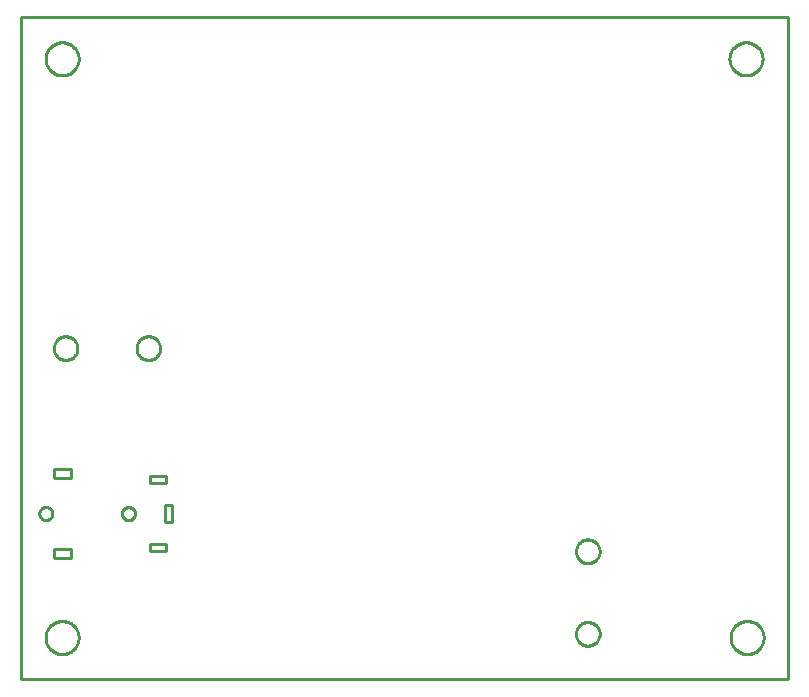
<source format=gbr>
G04 EAGLE Gerber RS-274X export*
G75*
%MOMM*%
%FSLAX34Y34*%
%LPD*%
%IN*%
%IPPOS*%
%AMOC8*
5,1,8,0,0,1.08239X$1,22.5*%
G01*
%ADD10C,0.254000*%
%ADD11C,0.000000*%
%ADD12C,0.254000*%


D10*
X650000Y0D02*
X650000Y560000D01*
X0Y560000D01*
X0Y0D01*
X650000Y0D01*
D11*
X601000Y35000D02*
X601004Y35344D01*
X601017Y35687D01*
X601038Y36030D01*
X601067Y36372D01*
X601105Y36714D01*
X601152Y37054D01*
X601206Y37393D01*
X601269Y37731D01*
X601340Y38067D01*
X601420Y38402D01*
X601507Y38734D01*
X601603Y39064D01*
X601707Y39392D01*
X601818Y39716D01*
X601938Y40039D01*
X602066Y40358D01*
X602201Y40673D01*
X602344Y40986D01*
X602495Y41295D01*
X602653Y41600D01*
X602819Y41901D01*
X602992Y42197D01*
X603172Y42490D01*
X603359Y42778D01*
X603554Y43061D01*
X603755Y43340D01*
X603963Y43613D01*
X604178Y43882D01*
X604399Y44144D01*
X604627Y44402D01*
X604861Y44654D01*
X605101Y44899D01*
X605346Y45139D01*
X605598Y45373D01*
X605856Y45601D01*
X606118Y45822D01*
X606387Y46037D01*
X606660Y46245D01*
X606939Y46446D01*
X607222Y46641D01*
X607510Y46828D01*
X607803Y47008D01*
X608099Y47181D01*
X608400Y47347D01*
X608705Y47505D01*
X609014Y47656D01*
X609327Y47799D01*
X609642Y47934D01*
X609961Y48062D01*
X610284Y48182D01*
X610608Y48293D01*
X610936Y48397D01*
X611266Y48493D01*
X611598Y48580D01*
X611933Y48660D01*
X612269Y48731D01*
X612607Y48794D01*
X612946Y48848D01*
X613286Y48895D01*
X613628Y48933D01*
X613970Y48962D01*
X614313Y48983D01*
X614656Y48996D01*
X615000Y49000D01*
X615344Y48996D01*
X615687Y48983D01*
X616030Y48962D01*
X616372Y48933D01*
X616714Y48895D01*
X617054Y48848D01*
X617393Y48794D01*
X617731Y48731D01*
X618067Y48660D01*
X618402Y48580D01*
X618734Y48493D01*
X619064Y48397D01*
X619392Y48293D01*
X619716Y48182D01*
X620039Y48062D01*
X620358Y47934D01*
X620673Y47799D01*
X620986Y47656D01*
X621295Y47505D01*
X621600Y47347D01*
X621901Y47181D01*
X622197Y47008D01*
X622490Y46828D01*
X622778Y46641D01*
X623061Y46446D01*
X623340Y46245D01*
X623613Y46037D01*
X623882Y45822D01*
X624144Y45601D01*
X624402Y45373D01*
X624654Y45139D01*
X624899Y44899D01*
X625139Y44654D01*
X625373Y44402D01*
X625601Y44144D01*
X625822Y43882D01*
X626037Y43613D01*
X626245Y43340D01*
X626446Y43061D01*
X626641Y42778D01*
X626828Y42490D01*
X627008Y42197D01*
X627181Y41901D01*
X627347Y41600D01*
X627505Y41295D01*
X627656Y40986D01*
X627799Y40673D01*
X627934Y40358D01*
X628062Y40039D01*
X628182Y39716D01*
X628293Y39392D01*
X628397Y39064D01*
X628493Y38734D01*
X628580Y38402D01*
X628660Y38067D01*
X628731Y37731D01*
X628794Y37393D01*
X628848Y37054D01*
X628895Y36714D01*
X628933Y36372D01*
X628962Y36030D01*
X628983Y35687D01*
X628996Y35344D01*
X629000Y35000D01*
X628996Y34656D01*
X628983Y34313D01*
X628962Y33970D01*
X628933Y33628D01*
X628895Y33286D01*
X628848Y32946D01*
X628794Y32607D01*
X628731Y32269D01*
X628660Y31933D01*
X628580Y31598D01*
X628493Y31266D01*
X628397Y30936D01*
X628293Y30608D01*
X628182Y30284D01*
X628062Y29961D01*
X627934Y29642D01*
X627799Y29327D01*
X627656Y29014D01*
X627505Y28705D01*
X627347Y28400D01*
X627181Y28099D01*
X627008Y27803D01*
X626828Y27510D01*
X626641Y27222D01*
X626446Y26939D01*
X626245Y26660D01*
X626037Y26387D01*
X625822Y26118D01*
X625601Y25856D01*
X625373Y25598D01*
X625139Y25346D01*
X624899Y25101D01*
X624654Y24861D01*
X624402Y24627D01*
X624144Y24399D01*
X623882Y24178D01*
X623613Y23963D01*
X623340Y23755D01*
X623061Y23554D01*
X622778Y23359D01*
X622490Y23172D01*
X622197Y22992D01*
X621901Y22819D01*
X621600Y22653D01*
X621295Y22495D01*
X620986Y22344D01*
X620673Y22201D01*
X620358Y22066D01*
X620039Y21938D01*
X619716Y21818D01*
X619392Y21707D01*
X619064Y21603D01*
X618734Y21507D01*
X618402Y21420D01*
X618067Y21340D01*
X617731Y21269D01*
X617393Y21206D01*
X617054Y21152D01*
X616714Y21105D01*
X616372Y21067D01*
X616030Y21038D01*
X615687Y21017D01*
X615344Y21004D01*
X615000Y21000D01*
X614656Y21004D01*
X614313Y21017D01*
X613970Y21038D01*
X613628Y21067D01*
X613286Y21105D01*
X612946Y21152D01*
X612607Y21206D01*
X612269Y21269D01*
X611933Y21340D01*
X611598Y21420D01*
X611266Y21507D01*
X610936Y21603D01*
X610608Y21707D01*
X610284Y21818D01*
X609961Y21938D01*
X609642Y22066D01*
X609327Y22201D01*
X609014Y22344D01*
X608705Y22495D01*
X608400Y22653D01*
X608099Y22819D01*
X607803Y22992D01*
X607510Y23172D01*
X607222Y23359D01*
X606939Y23554D01*
X606660Y23755D01*
X606387Y23963D01*
X606118Y24178D01*
X605856Y24399D01*
X605598Y24627D01*
X605346Y24861D01*
X605101Y25101D01*
X604861Y25346D01*
X604627Y25598D01*
X604399Y25856D01*
X604178Y26118D01*
X603963Y26387D01*
X603755Y26660D01*
X603554Y26939D01*
X603359Y27222D01*
X603172Y27510D01*
X602992Y27803D01*
X602819Y28099D01*
X602653Y28400D01*
X602495Y28705D01*
X602344Y29014D01*
X602201Y29327D01*
X602066Y29642D01*
X601938Y29961D01*
X601818Y30284D01*
X601707Y30608D01*
X601603Y30936D01*
X601507Y31266D01*
X601420Y31598D01*
X601340Y31933D01*
X601269Y32269D01*
X601206Y32607D01*
X601152Y32946D01*
X601105Y33286D01*
X601067Y33628D01*
X601038Y33970D01*
X601017Y34313D01*
X601004Y34656D01*
X601000Y35000D01*
X600000Y525000D02*
X600004Y525344D01*
X600017Y525687D01*
X600038Y526030D01*
X600067Y526372D01*
X600105Y526714D01*
X600152Y527054D01*
X600206Y527393D01*
X600269Y527731D01*
X600340Y528067D01*
X600420Y528402D01*
X600507Y528734D01*
X600603Y529064D01*
X600707Y529392D01*
X600818Y529716D01*
X600938Y530039D01*
X601066Y530358D01*
X601201Y530673D01*
X601344Y530986D01*
X601495Y531295D01*
X601653Y531600D01*
X601819Y531901D01*
X601992Y532197D01*
X602172Y532490D01*
X602359Y532778D01*
X602554Y533061D01*
X602755Y533340D01*
X602963Y533613D01*
X603178Y533882D01*
X603399Y534144D01*
X603627Y534402D01*
X603861Y534654D01*
X604101Y534899D01*
X604346Y535139D01*
X604598Y535373D01*
X604856Y535601D01*
X605118Y535822D01*
X605387Y536037D01*
X605660Y536245D01*
X605939Y536446D01*
X606222Y536641D01*
X606510Y536828D01*
X606803Y537008D01*
X607099Y537181D01*
X607400Y537347D01*
X607705Y537505D01*
X608014Y537656D01*
X608327Y537799D01*
X608642Y537934D01*
X608961Y538062D01*
X609284Y538182D01*
X609608Y538293D01*
X609936Y538397D01*
X610266Y538493D01*
X610598Y538580D01*
X610933Y538660D01*
X611269Y538731D01*
X611607Y538794D01*
X611946Y538848D01*
X612286Y538895D01*
X612628Y538933D01*
X612970Y538962D01*
X613313Y538983D01*
X613656Y538996D01*
X614000Y539000D01*
X614344Y538996D01*
X614687Y538983D01*
X615030Y538962D01*
X615372Y538933D01*
X615714Y538895D01*
X616054Y538848D01*
X616393Y538794D01*
X616731Y538731D01*
X617067Y538660D01*
X617402Y538580D01*
X617734Y538493D01*
X618064Y538397D01*
X618392Y538293D01*
X618716Y538182D01*
X619039Y538062D01*
X619358Y537934D01*
X619673Y537799D01*
X619986Y537656D01*
X620295Y537505D01*
X620600Y537347D01*
X620901Y537181D01*
X621197Y537008D01*
X621490Y536828D01*
X621778Y536641D01*
X622061Y536446D01*
X622340Y536245D01*
X622613Y536037D01*
X622882Y535822D01*
X623144Y535601D01*
X623402Y535373D01*
X623654Y535139D01*
X623899Y534899D01*
X624139Y534654D01*
X624373Y534402D01*
X624601Y534144D01*
X624822Y533882D01*
X625037Y533613D01*
X625245Y533340D01*
X625446Y533061D01*
X625641Y532778D01*
X625828Y532490D01*
X626008Y532197D01*
X626181Y531901D01*
X626347Y531600D01*
X626505Y531295D01*
X626656Y530986D01*
X626799Y530673D01*
X626934Y530358D01*
X627062Y530039D01*
X627182Y529716D01*
X627293Y529392D01*
X627397Y529064D01*
X627493Y528734D01*
X627580Y528402D01*
X627660Y528067D01*
X627731Y527731D01*
X627794Y527393D01*
X627848Y527054D01*
X627895Y526714D01*
X627933Y526372D01*
X627962Y526030D01*
X627983Y525687D01*
X627996Y525344D01*
X628000Y525000D01*
X627996Y524656D01*
X627983Y524313D01*
X627962Y523970D01*
X627933Y523628D01*
X627895Y523286D01*
X627848Y522946D01*
X627794Y522607D01*
X627731Y522269D01*
X627660Y521933D01*
X627580Y521598D01*
X627493Y521266D01*
X627397Y520936D01*
X627293Y520608D01*
X627182Y520284D01*
X627062Y519961D01*
X626934Y519642D01*
X626799Y519327D01*
X626656Y519014D01*
X626505Y518705D01*
X626347Y518400D01*
X626181Y518099D01*
X626008Y517803D01*
X625828Y517510D01*
X625641Y517222D01*
X625446Y516939D01*
X625245Y516660D01*
X625037Y516387D01*
X624822Y516118D01*
X624601Y515856D01*
X624373Y515598D01*
X624139Y515346D01*
X623899Y515101D01*
X623654Y514861D01*
X623402Y514627D01*
X623144Y514399D01*
X622882Y514178D01*
X622613Y513963D01*
X622340Y513755D01*
X622061Y513554D01*
X621778Y513359D01*
X621490Y513172D01*
X621197Y512992D01*
X620901Y512819D01*
X620600Y512653D01*
X620295Y512495D01*
X619986Y512344D01*
X619673Y512201D01*
X619358Y512066D01*
X619039Y511938D01*
X618716Y511818D01*
X618392Y511707D01*
X618064Y511603D01*
X617734Y511507D01*
X617402Y511420D01*
X617067Y511340D01*
X616731Y511269D01*
X616393Y511206D01*
X616054Y511152D01*
X615714Y511105D01*
X615372Y511067D01*
X615030Y511038D01*
X614687Y511017D01*
X614344Y511004D01*
X614000Y511000D01*
X613656Y511004D01*
X613313Y511017D01*
X612970Y511038D01*
X612628Y511067D01*
X612286Y511105D01*
X611946Y511152D01*
X611607Y511206D01*
X611269Y511269D01*
X610933Y511340D01*
X610598Y511420D01*
X610266Y511507D01*
X609936Y511603D01*
X609608Y511707D01*
X609284Y511818D01*
X608961Y511938D01*
X608642Y512066D01*
X608327Y512201D01*
X608014Y512344D01*
X607705Y512495D01*
X607400Y512653D01*
X607099Y512819D01*
X606803Y512992D01*
X606510Y513172D01*
X606222Y513359D01*
X605939Y513554D01*
X605660Y513755D01*
X605387Y513963D01*
X605118Y514178D01*
X604856Y514399D01*
X604598Y514627D01*
X604346Y514861D01*
X604101Y515101D01*
X603861Y515346D01*
X603627Y515598D01*
X603399Y515856D01*
X603178Y516118D01*
X602963Y516387D01*
X602755Y516660D01*
X602554Y516939D01*
X602359Y517222D01*
X602172Y517510D01*
X601992Y517803D01*
X601819Y518099D01*
X601653Y518400D01*
X601495Y518705D01*
X601344Y519014D01*
X601201Y519327D01*
X601066Y519642D01*
X600938Y519961D01*
X600818Y520284D01*
X600707Y520608D01*
X600603Y520936D01*
X600507Y521266D01*
X600420Y521598D01*
X600340Y521933D01*
X600269Y522269D01*
X600206Y522607D01*
X600152Y522946D01*
X600105Y523286D01*
X600067Y523628D01*
X600038Y523970D01*
X600017Y524313D01*
X600004Y524656D01*
X600000Y525000D01*
X21000Y525000D02*
X21004Y525344D01*
X21017Y525687D01*
X21038Y526030D01*
X21067Y526372D01*
X21105Y526714D01*
X21152Y527054D01*
X21206Y527393D01*
X21269Y527731D01*
X21340Y528067D01*
X21420Y528402D01*
X21507Y528734D01*
X21603Y529064D01*
X21707Y529392D01*
X21818Y529716D01*
X21938Y530039D01*
X22066Y530358D01*
X22201Y530673D01*
X22344Y530986D01*
X22495Y531295D01*
X22653Y531600D01*
X22819Y531901D01*
X22992Y532197D01*
X23172Y532490D01*
X23359Y532778D01*
X23554Y533061D01*
X23755Y533340D01*
X23963Y533613D01*
X24178Y533882D01*
X24399Y534144D01*
X24627Y534402D01*
X24861Y534654D01*
X25101Y534899D01*
X25346Y535139D01*
X25598Y535373D01*
X25856Y535601D01*
X26118Y535822D01*
X26387Y536037D01*
X26660Y536245D01*
X26939Y536446D01*
X27222Y536641D01*
X27510Y536828D01*
X27803Y537008D01*
X28099Y537181D01*
X28400Y537347D01*
X28705Y537505D01*
X29014Y537656D01*
X29327Y537799D01*
X29642Y537934D01*
X29961Y538062D01*
X30284Y538182D01*
X30608Y538293D01*
X30936Y538397D01*
X31266Y538493D01*
X31598Y538580D01*
X31933Y538660D01*
X32269Y538731D01*
X32607Y538794D01*
X32946Y538848D01*
X33286Y538895D01*
X33628Y538933D01*
X33970Y538962D01*
X34313Y538983D01*
X34656Y538996D01*
X35000Y539000D01*
X35344Y538996D01*
X35687Y538983D01*
X36030Y538962D01*
X36372Y538933D01*
X36714Y538895D01*
X37054Y538848D01*
X37393Y538794D01*
X37731Y538731D01*
X38067Y538660D01*
X38402Y538580D01*
X38734Y538493D01*
X39064Y538397D01*
X39392Y538293D01*
X39716Y538182D01*
X40039Y538062D01*
X40358Y537934D01*
X40673Y537799D01*
X40986Y537656D01*
X41295Y537505D01*
X41600Y537347D01*
X41901Y537181D01*
X42197Y537008D01*
X42490Y536828D01*
X42778Y536641D01*
X43061Y536446D01*
X43340Y536245D01*
X43613Y536037D01*
X43882Y535822D01*
X44144Y535601D01*
X44402Y535373D01*
X44654Y535139D01*
X44899Y534899D01*
X45139Y534654D01*
X45373Y534402D01*
X45601Y534144D01*
X45822Y533882D01*
X46037Y533613D01*
X46245Y533340D01*
X46446Y533061D01*
X46641Y532778D01*
X46828Y532490D01*
X47008Y532197D01*
X47181Y531901D01*
X47347Y531600D01*
X47505Y531295D01*
X47656Y530986D01*
X47799Y530673D01*
X47934Y530358D01*
X48062Y530039D01*
X48182Y529716D01*
X48293Y529392D01*
X48397Y529064D01*
X48493Y528734D01*
X48580Y528402D01*
X48660Y528067D01*
X48731Y527731D01*
X48794Y527393D01*
X48848Y527054D01*
X48895Y526714D01*
X48933Y526372D01*
X48962Y526030D01*
X48983Y525687D01*
X48996Y525344D01*
X49000Y525000D01*
X48996Y524656D01*
X48983Y524313D01*
X48962Y523970D01*
X48933Y523628D01*
X48895Y523286D01*
X48848Y522946D01*
X48794Y522607D01*
X48731Y522269D01*
X48660Y521933D01*
X48580Y521598D01*
X48493Y521266D01*
X48397Y520936D01*
X48293Y520608D01*
X48182Y520284D01*
X48062Y519961D01*
X47934Y519642D01*
X47799Y519327D01*
X47656Y519014D01*
X47505Y518705D01*
X47347Y518400D01*
X47181Y518099D01*
X47008Y517803D01*
X46828Y517510D01*
X46641Y517222D01*
X46446Y516939D01*
X46245Y516660D01*
X46037Y516387D01*
X45822Y516118D01*
X45601Y515856D01*
X45373Y515598D01*
X45139Y515346D01*
X44899Y515101D01*
X44654Y514861D01*
X44402Y514627D01*
X44144Y514399D01*
X43882Y514178D01*
X43613Y513963D01*
X43340Y513755D01*
X43061Y513554D01*
X42778Y513359D01*
X42490Y513172D01*
X42197Y512992D01*
X41901Y512819D01*
X41600Y512653D01*
X41295Y512495D01*
X40986Y512344D01*
X40673Y512201D01*
X40358Y512066D01*
X40039Y511938D01*
X39716Y511818D01*
X39392Y511707D01*
X39064Y511603D01*
X38734Y511507D01*
X38402Y511420D01*
X38067Y511340D01*
X37731Y511269D01*
X37393Y511206D01*
X37054Y511152D01*
X36714Y511105D01*
X36372Y511067D01*
X36030Y511038D01*
X35687Y511017D01*
X35344Y511004D01*
X35000Y511000D01*
X34656Y511004D01*
X34313Y511017D01*
X33970Y511038D01*
X33628Y511067D01*
X33286Y511105D01*
X32946Y511152D01*
X32607Y511206D01*
X32269Y511269D01*
X31933Y511340D01*
X31598Y511420D01*
X31266Y511507D01*
X30936Y511603D01*
X30608Y511707D01*
X30284Y511818D01*
X29961Y511938D01*
X29642Y512066D01*
X29327Y512201D01*
X29014Y512344D01*
X28705Y512495D01*
X28400Y512653D01*
X28099Y512819D01*
X27803Y512992D01*
X27510Y513172D01*
X27222Y513359D01*
X26939Y513554D01*
X26660Y513755D01*
X26387Y513963D01*
X26118Y514178D01*
X25856Y514399D01*
X25598Y514627D01*
X25346Y514861D01*
X25101Y515101D01*
X24861Y515346D01*
X24627Y515598D01*
X24399Y515856D01*
X24178Y516118D01*
X23963Y516387D01*
X23755Y516660D01*
X23554Y516939D01*
X23359Y517222D01*
X23172Y517510D01*
X22992Y517803D01*
X22819Y518099D01*
X22653Y518400D01*
X22495Y518705D01*
X22344Y519014D01*
X22201Y519327D01*
X22066Y519642D01*
X21938Y519961D01*
X21818Y520284D01*
X21707Y520608D01*
X21603Y520936D01*
X21507Y521266D01*
X21420Y521598D01*
X21340Y521933D01*
X21269Y522269D01*
X21206Y522607D01*
X21152Y522946D01*
X21105Y523286D01*
X21067Y523628D01*
X21038Y523970D01*
X21017Y524313D01*
X21004Y524656D01*
X21000Y525000D01*
X21000Y35000D02*
X21004Y35344D01*
X21017Y35687D01*
X21038Y36030D01*
X21067Y36372D01*
X21105Y36714D01*
X21152Y37054D01*
X21206Y37393D01*
X21269Y37731D01*
X21340Y38067D01*
X21420Y38402D01*
X21507Y38734D01*
X21603Y39064D01*
X21707Y39392D01*
X21818Y39716D01*
X21938Y40039D01*
X22066Y40358D01*
X22201Y40673D01*
X22344Y40986D01*
X22495Y41295D01*
X22653Y41600D01*
X22819Y41901D01*
X22992Y42197D01*
X23172Y42490D01*
X23359Y42778D01*
X23554Y43061D01*
X23755Y43340D01*
X23963Y43613D01*
X24178Y43882D01*
X24399Y44144D01*
X24627Y44402D01*
X24861Y44654D01*
X25101Y44899D01*
X25346Y45139D01*
X25598Y45373D01*
X25856Y45601D01*
X26118Y45822D01*
X26387Y46037D01*
X26660Y46245D01*
X26939Y46446D01*
X27222Y46641D01*
X27510Y46828D01*
X27803Y47008D01*
X28099Y47181D01*
X28400Y47347D01*
X28705Y47505D01*
X29014Y47656D01*
X29327Y47799D01*
X29642Y47934D01*
X29961Y48062D01*
X30284Y48182D01*
X30608Y48293D01*
X30936Y48397D01*
X31266Y48493D01*
X31598Y48580D01*
X31933Y48660D01*
X32269Y48731D01*
X32607Y48794D01*
X32946Y48848D01*
X33286Y48895D01*
X33628Y48933D01*
X33970Y48962D01*
X34313Y48983D01*
X34656Y48996D01*
X35000Y49000D01*
X35344Y48996D01*
X35687Y48983D01*
X36030Y48962D01*
X36372Y48933D01*
X36714Y48895D01*
X37054Y48848D01*
X37393Y48794D01*
X37731Y48731D01*
X38067Y48660D01*
X38402Y48580D01*
X38734Y48493D01*
X39064Y48397D01*
X39392Y48293D01*
X39716Y48182D01*
X40039Y48062D01*
X40358Y47934D01*
X40673Y47799D01*
X40986Y47656D01*
X41295Y47505D01*
X41600Y47347D01*
X41901Y47181D01*
X42197Y47008D01*
X42490Y46828D01*
X42778Y46641D01*
X43061Y46446D01*
X43340Y46245D01*
X43613Y46037D01*
X43882Y45822D01*
X44144Y45601D01*
X44402Y45373D01*
X44654Y45139D01*
X44899Y44899D01*
X45139Y44654D01*
X45373Y44402D01*
X45601Y44144D01*
X45822Y43882D01*
X46037Y43613D01*
X46245Y43340D01*
X46446Y43061D01*
X46641Y42778D01*
X46828Y42490D01*
X47008Y42197D01*
X47181Y41901D01*
X47347Y41600D01*
X47505Y41295D01*
X47656Y40986D01*
X47799Y40673D01*
X47934Y40358D01*
X48062Y40039D01*
X48182Y39716D01*
X48293Y39392D01*
X48397Y39064D01*
X48493Y38734D01*
X48580Y38402D01*
X48660Y38067D01*
X48731Y37731D01*
X48794Y37393D01*
X48848Y37054D01*
X48895Y36714D01*
X48933Y36372D01*
X48962Y36030D01*
X48983Y35687D01*
X48996Y35344D01*
X49000Y35000D01*
X48996Y34656D01*
X48983Y34313D01*
X48962Y33970D01*
X48933Y33628D01*
X48895Y33286D01*
X48848Y32946D01*
X48794Y32607D01*
X48731Y32269D01*
X48660Y31933D01*
X48580Y31598D01*
X48493Y31266D01*
X48397Y30936D01*
X48293Y30608D01*
X48182Y30284D01*
X48062Y29961D01*
X47934Y29642D01*
X47799Y29327D01*
X47656Y29014D01*
X47505Y28705D01*
X47347Y28400D01*
X47181Y28099D01*
X47008Y27803D01*
X46828Y27510D01*
X46641Y27222D01*
X46446Y26939D01*
X46245Y26660D01*
X46037Y26387D01*
X45822Y26118D01*
X45601Y25856D01*
X45373Y25598D01*
X45139Y25346D01*
X44899Y25101D01*
X44654Y24861D01*
X44402Y24627D01*
X44144Y24399D01*
X43882Y24178D01*
X43613Y23963D01*
X43340Y23755D01*
X43061Y23554D01*
X42778Y23359D01*
X42490Y23172D01*
X42197Y22992D01*
X41901Y22819D01*
X41600Y22653D01*
X41295Y22495D01*
X40986Y22344D01*
X40673Y22201D01*
X40358Y22066D01*
X40039Y21938D01*
X39716Y21818D01*
X39392Y21707D01*
X39064Y21603D01*
X38734Y21507D01*
X38402Y21420D01*
X38067Y21340D01*
X37731Y21269D01*
X37393Y21206D01*
X37054Y21152D01*
X36714Y21105D01*
X36372Y21067D01*
X36030Y21038D01*
X35687Y21017D01*
X35344Y21004D01*
X35000Y21000D01*
X34656Y21004D01*
X34313Y21017D01*
X33970Y21038D01*
X33628Y21067D01*
X33286Y21105D01*
X32946Y21152D01*
X32607Y21206D01*
X32269Y21269D01*
X31933Y21340D01*
X31598Y21420D01*
X31266Y21507D01*
X30936Y21603D01*
X30608Y21707D01*
X30284Y21818D01*
X29961Y21938D01*
X29642Y22066D01*
X29327Y22201D01*
X29014Y22344D01*
X28705Y22495D01*
X28400Y22653D01*
X28099Y22819D01*
X27803Y22992D01*
X27510Y23172D01*
X27222Y23359D01*
X26939Y23554D01*
X26660Y23755D01*
X26387Y23963D01*
X26118Y24178D01*
X25856Y24399D01*
X25598Y24627D01*
X25346Y24861D01*
X25101Y25101D01*
X24861Y25346D01*
X24627Y25598D01*
X24399Y25856D01*
X24178Y26118D01*
X23963Y26387D01*
X23755Y26660D01*
X23554Y26939D01*
X23359Y27222D01*
X23172Y27510D01*
X22992Y27803D01*
X22819Y28099D01*
X22653Y28400D01*
X22495Y28705D01*
X22344Y29014D01*
X22201Y29327D01*
X22066Y29642D01*
X21938Y29961D01*
X21818Y30284D01*
X21707Y30608D01*
X21603Y30936D01*
X21507Y31266D01*
X21420Y31598D01*
X21340Y31933D01*
X21269Y32269D01*
X21206Y32607D01*
X21152Y32946D01*
X21105Y33286D01*
X21067Y33628D01*
X21038Y33970D01*
X21017Y34313D01*
X21004Y34656D01*
X21000Y35000D01*
X470090Y38040D02*
X470093Y38285D01*
X470102Y38531D01*
X470117Y38776D01*
X470138Y39020D01*
X470165Y39264D01*
X470198Y39507D01*
X470237Y39750D01*
X470282Y39991D01*
X470333Y40231D01*
X470390Y40470D01*
X470452Y40707D01*
X470521Y40943D01*
X470595Y41177D01*
X470675Y41409D01*
X470760Y41639D01*
X470851Y41867D01*
X470948Y42092D01*
X471050Y42316D01*
X471158Y42536D01*
X471271Y42754D01*
X471389Y42969D01*
X471513Y43181D01*
X471641Y43390D01*
X471775Y43596D01*
X471914Y43798D01*
X472058Y43997D01*
X472207Y44192D01*
X472360Y44384D01*
X472518Y44572D01*
X472680Y44756D01*
X472848Y44935D01*
X473019Y45111D01*
X473195Y45282D01*
X473374Y45450D01*
X473558Y45612D01*
X473746Y45770D01*
X473938Y45923D01*
X474133Y46072D01*
X474332Y46216D01*
X474534Y46355D01*
X474740Y46489D01*
X474949Y46617D01*
X475161Y46741D01*
X475376Y46859D01*
X475594Y46972D01*
X475814Y47080D01*
X476038Y47182D01*
X476263Y47279D01*
X476491Y47370D01*
X476721Y47455D01*
X476953Y47535D01*
X477187Y47609D01*
X477423Y47678D01*
X477660Y47740D01*
X477899Y47797D01*
X478139Y47848D01*
X478380Y47893D01*
X478623Y47932D01*
X478866Y47965D01*
X479110Y47992D01*
X479354Y48013D01*
X479599Y48028D01*
X479845Y48037D01*
X480090Y48040D01*
X480335Y48037D01*
X480581Y48028D01*
X480826Y48013D01*
X481070Y47992D01*
X481314Y47965D01*
X481557Y47932D01*
X481800Y47893D01*
X482041Y47848D01*
X482281Y47797D01*
X482520Y47740D01*
X482757Y47678D01*
X482993Y47609D01*
X483227Y47535D01*
X483459Y47455D01*
X483689Y47370D01*
X483917Y47279D01*
X484142Y47182D01*
X484366Y47080D01*
X484586Y46972D01*
X484804Y46859D01*
X485019Y46741D01*
X485231Y46617D01*
X485440Y46489D01*
X485646Y46355D01*
X485848Y46216D01*
X486047Y46072D01*
X486242Y45923D01*
X486434Y45770D01*
X486622Y45612D01*
X486806Y45450D01*
X486985Y45282D01*
X487161Y45111D01*
X487332Y44935D01*
X487500Y44756D01*
X487662Y44572D01*
X487820Y44384D01*
X487973Y44192D01*
X488122Y43997D01*
X488266Y43798D01*
X488405Y43596D01*
X488539Y43390D01*
X488667Y43181D01*
X488791Y42969D01*
X488909Y42754D01*
X489022Y42536D01*
X489130Y42316D01*
X489232Y42092D01*
X489329Y41867D01*
X489420Y41639D01*
X489505Y41409D01*
X489585Y41177D01*
X489659Y40943D01*
X489728Y40707D01*
X489790Y40470D01*
X489847Y40231D01*
X489898Y39991D01*
X489943Y39750D01*
X489982Y39507D01*
X490015Y39264D01*
X490042Y39020D01*
X490063Y38776D01*
X490078Y38531D01*
X490087Y38285D01*
X490090Y38040D01*
X490087Y37795D01*
X490078Y37549D01*
X490063Y37304D01*
X490042Y37060D01*
X490015Y36816D01*
X489982Y36573D01*
X489943Y36330D01*
X489898Y36089D01*
X489847Y35849D01*
X489790Y35610D01*
X489728Y35373D01*
X489659Y35137D01*
X489585Y34903D01*
X489505Y34671D01*
X489420Y34441D01*
X489329Y34213D01*
X489232Y33988D01*
X489130Y33764D01*
X489022Y33544D01*
X488909Y33326D01*
X488791Y33111D01*
X488667Y32899D01*
X488539Y32690D01*
X488405Y32484D01*
X488266Y32282D01*
X488122Y32083D01*
X487973Y31888D01*
X487820Y31696D01*
X487662Y31508D01*
X487500Y31324D01*
X487332Y31145D01*
X487161Y30969D01*
X486985Y30798D01*
X486806Y30630D01*
X486622Y30468D01*
X486434Y30310D01*
X486242Y30157D01*
X486047Y30008D01*
X485848Y29864D01*
X485646Y29725D01*
X485440Y29591D01*
X485231Y29463D01*
X485019Y29339D01*
X484804Y29221D01*
X484586Y29108D01*
X484366Y29000D01*
X484142Y28898D01*
X483917Y28801D01*
X483689Y28710D01*
X483459Y28625D01*
X483227Y28545D01*
X482993Y28471D01*
X482757Y28402D01*
X482520Y28340D01*
X482281Y28283D01*
X482041Y28232D01*
X481800Y28187D01*
X481557Y28148D01*
X481314Y28115D01*
X481070Y28088D01*
X480826Y28067D01*
X480581Y28052D01*
X480335Y28043D01*
X480090Y28040D01*
X479845Y28043D01*
X479599Y28052D01*
X479354Y28067D01*
X479110Y28088D01*
X478866Y28115D01*
X478623Y28148D01*
X478380Y28187D01*
X478139Y28232D01*
X477899Y28283D01*
X477660Y28340D01*
X477423Y28402D01*
X477187Y28471D01*
X476953Y28545D01*
X476721Y28625D01*
X476491Y28710D01*
X476263Y28801D01*
X476038Y28898D01*
X475814Y29000D01*
X475594Y29108D01*
X475376Y29221D01*
X475161Y29339D01*
X474949Y29463D01*
X474740Y29591D01*
X474534Y29725D01*
X474332Y29864D01*
X474133Y30008D01*
X473938Y30157D01*
X473746Y30310D01*
X473558Y30468D01*
X473374Y30630D01*
X473195Y30798D01*
X473019Y30969D01*
X472848Y31145D01*
X472680Y31324D01*
X472518Y31508D01*
X472360Y31696D01*
X472207Y31888D01*
X472058Y32083D01*
X471914Y32282D01*
X471775Y32484D01*
X471641Y32690D01*
X471513Y32899D01*
X471389Y33111D01*
X471271Y33326D01*
X471158Y33544D01*
X471050Y33764D01*
X470948Y33988D01*
X470851Y34213D01*
X470760Y34441D01*
X470675Y34671D01*
X470595Y34903D01*
X470521Y35137D01*
X470452Y35373D01*
X470390Y35610D01*
X470333Y35849D01*
X470282Y36089D01*
X470237Y36330D01*
X470198Y36573D01*
X470165Y36816D01*
X470138Y37060D01*
X470117Y37304D01*
X470102Y37549D01*
X470093Y37795D01*
X470090Y38040D01*
X470090Y108040D02*
X470093Y108285D01*
X470102Y108531D01*
X470117Y108776D01*
X470138Y109020D01*
X470165Y109264D01*
X470198Y109507D01*
X470237Y109750D01*
X470282Y109991D01*
X470333Y110231D01*
X470390Y110470D01*
X470452Y110707D01*
X470521Y110943D01*
X470595Y111177D01*
X470675Y111409D01*
X470760Y111639D01*
X470851Y111867D01*
X470948Y112092D01*
X471050Y112316D01*
X471158Y112536D01*
X471271Y112754D01*
X471389Y112969D01*
X471513Y113181D01*
X471641Y113390D01*
X471775Y113596D01*
X471914Y113798D01*
X472058Y113997D01*
X472207Y114192D01*
X472360Y114384D01*
X472518Y114572D01*
X472680Y114756D01*
X472848Y114935D01*
X473019Y115111D01*
X473195Y115282D01*
X473374Y115450D01*
X473558Y115612D01*
X473746Y115770D01*
X473938Y115923D01*
X474133Y116072D01*
X474332Y116216D01*
X474534Y116355D01*
X474740Y116489D01*
X474949Y116617D01*
X475161Y116741D01*
X475376Y116859D01*
X475594Y116972D01*
X475814Y117080D01*
X476038Y117182D01*
X476263Y117279D01*
X476491Y117370D01*
X476721Y117455D01*
X476953Y117535D01*
X477187Y117609D01*
X477423Y117678D01*
X477660Y117740D01*
X477899Y117797D01*
X478139Y117848D01*
X478380Y117893D01*
X478623Y117932D01*
X478866Y117965D01*
X479110Y117992D01*
X479354Y118013D01*
X479599Y118028D01*
X479845Y118037D01*
X480090Y118040D01*
X480335Y118037D01*
X480581Y118028D01*
X480826Y118013D01*
X481070Y117992D01*
X481314Y117965D01*
X481557Y117932D01*
X481800Y117893D01*
X482041Y117848D01*
X482281Y117797D01*
X482520Y117740D01*
X482757Y117678D01*
X482993Y117609D01*
X483227Y117535D01*
X483459Y117455D01*
X483689Y117370D01*
X483917Y117279D01*
X484142Y117182D01*
X484366Y117080D01*
X484586Y116972D01*
X484804Y116859D01*
X485019Y116741D01*
X485231Y116617D01*
X485440Y116489D01*
X485646Y116355D01*
X485848Y116216D01*
X486047Y116072D01*
X486242Y115923D01*
X486434Y115770D01*
X486622Y115612D01*
X486806Y115450D01*
X486985Y115282D01*
X487161Y115111D01*
X487332Y114935D01*
X487500Y114756D01*
X487662Y114572D01*
X487820Y114384D01*
X487973Y114192D01*
X488122Y113997D01*
X488266Y113798D01*
X488405Y113596D01*
X488539Y113390D01*
X488667Y113181D01*
X488791Y112969D01*
X488909Y112754D01*
X489022Y112536D01*
X489130Y112316D01*
X489232Y112092D01*
X489329Y111867D01*
X489420Y111639D01*
X489505Y111409D01*
X489585Y111177D01*
X489659Y110943D01*
X489728Y110707D01*
X489790Y110470D01*
X489847Y110231D01*
X489898Y109991D01*
X489943Y109750D01*
X489982Y109507D01*
X490015Y109264D01*
X490042Y109020D01*
X490063Y108776D01*
X490078Y108531D01*
X490087Y108285D01*
X490090Y108040D01*
X490087Y107795D01*
X490078Y107549D01*
X490063Y107304D01*
X490042Y107060D01*
X490015Y106816D01*
X489982Y106573D01*
X489943Y106330D01*
X489898Y106089D01*
X489847Y105849D01*
X489790Y105610D01*
X489728Y105373D01*
X489659Y105137D01*
X489585Y104903D01*
X489505Y104671D01*
X489420Y104441D01*
X489329Y104213D01*
X489232Y103988D01*
X489130Y103764D01*
X489022Y103544D01*
X488909Y103326D01*
X488791Y103111D01*
X488667Y102899D01*
X488539Y102690D01*
X488405Y102484D01*
X488266Y102282D01*
X488122Y102083D01*
X487973Y101888D01*
X487820Y101696D01*
X487662Y101508D01*
X487500Y101324D01*
X487332Y101145D01*
X487161Y100969D01*
X486985Y100798D01*
X486806Y100630D01*
X486622Y100468D01*
X486434Y100310D01*
X486242Y100157D01*
X486047Y100008D01*
X485848Y99864D01*
X485646Y99725D01*
X485440Y99591D01*
X485231Y99463D01*
X485019Y99339D01*
X484804Y99221D01*
X484586Y99108D01*
X484366Y99000D01*
X484142Y98898D01*
X483917Y98801D01*
X483689Y98710D01*
X483459Y98625D01*
X483227Y98545D01*
X482993Y98471D01*
X482757Y98402D01*
X482520Y98340D01*
X482281Y98283D01*
X482041Y98232D01*
X481800Y98187D01*
X481557Y98148D01*
X481314Y98115D01*
X481070Y98088D01*
X480826Y98067D01*
X480581Y98052D01*
X480335Y98043D01*
X480090Y98040D01*
X479845Y98043D01*
X479599Y98052D01*
X479354Y98067D01*
X479110Y98088D01*
X478866Y98115D01*
X478623Y98148D01*
X478380Y98187D01*
X478139Y98232D01*
X477899Y98283D01*
X477660Y98340D01*
X477423Y98402D01*
X477187Y98471D01*
X476953Y98545D01*
X476721Y98625D01*
X476491Y98710D01*
X476263Y98801D01*
X476038Y98898D01*
X475814Y99000D01*
X475594Y99108D01*
X475376Y99221D01*
X475161Y99339D01*
X474949Y99463D01*
X474740Y99591D01*
X474534Y99725D01*
X474332Y99864D01*
X474133Y100008D01*
X473938Y100157D01*
X473746Y100310D01*
X473558Y100468D01*
X473374Y100630D01*
X473195Y100798D01*
X473019Y100969D01*
X472848Y101145D01*
X472680Y101324D01*
X472518Y101508D01*
X472360Y101696D01*
X472207Y101888D01*
X472058Y102083D01*
X471914Y102282D01*
X471775Y102484D01*
X471641Y102690D01*
X471513Y102899D01*
X471389Y103111D01*
X471271Y103326D01*
X471158Y103544D01*
X471050Y103764D01*
X470948Y103988D01*
X470851Y104213D01*
X470760Y104441D01*
X470675Y104671D01*
X470595Y104903D01*
X470521Y105137D01*
X470452Y105373D01*
X470390Y105610D01*
X470333Y105849D01*
X470282Y106089D01*
X470237Y106330D01*
X470198Y106573D01*
X470165Y106816D01*
X470138Y107060D01*
X470117Y107304D01*
X470102Y107549D01*
X470093Y107795D01*
X470090Y108040D01*
X28000Y280000D02*
X28003Y280245D01*
X28012Y280491D01*
X28027Y280736D01*
X28048Y280980D01*
X28075Y281224D01*
X28108Y281467D01*
X28147Y281710D01*
X28192Y281951D01*
X28243Y282191D01*
X28300Y282430D01*
X28362Y282667D01*
X28431Y282903D01*
X28505Y283137D01*
X28585Y283369D01*
X28670Y283599D01*
X28761Y283827D01*
X28858Y284052D01*
X28960Y284276D01*
X29068Y284496D01*
X29181Y284714D01*
X29299Y284929D01*
X29423Y285141D01*
X29551Y285350D01*
X29685Y285556D01*
X29824Y285758D01*
X29968Y285957D01*
X30117Y286152D01*
X30270Y286344D01*
X30428Y286532D01*
X30590Y286716D01*
X30758Y286895D01*
X30929Y287071D01*
X31105Y287242D01*
X31284Y287410D01*
X31468Y287572D01*
X31656Y287730D01*
X31848Y287883D01*
X32043Y288032D01*
X32242Y288176D01*
X32444Y288315D01*
X32650Y288449D01*
X32859Y288577D01*
X33071Y288701D01*
X33286Y288819D01*
X33504Y288932D01*
X33724Y289040D01*
X33948Y289142D01*
X34173Y289239D01*
X34401Y289330D01*
X34631Y289415D01*
X34863Y289495D01*
X35097Y289569D01*
X35333Y289638D01*
X35570Y289700D01*
X35809Y289757D01*
X36049Y289808D01*
X36290Y289853D01*
X36533Y289892D01*
X36776Y289925D01*
X37020Y289952D01*
X37264Y289973D01*
X37509Y289988D01*
X37755Y289997D01*
X38000Y290000D01*
X38245Y289997D01*
X38491Y289988D01*
X38736Y289973D01*
X38980Y289952D01*
X39224Y289925D01*
X39467Y289892D01*
X39710Y289853D01*
X39951Y289808D01*
X40191Y289757D01*
X40430Y289700D01*
X40667Y289638D01*
X40903Y289569D01*
X41137Y289495D01*
X41369Y289415D01*
X41599Y289330D01*
X41827Y289239D01*
X42052Y289142D01*
X42276Y289040D01*
X42496Y288932D01*
X42714Y288819D01*
X42929Y288701D01*
X43141Y288577D01*
X43350Y288449D01*
X43556Y288315D01*
X43758Y288176D01*
X43957Y288032D01*
X44152Y287883D01*
X44344Y287730D01*
X44532Y287572D01*
X44716Y287410D01*
X44895Y287242D01*
X45071Y287071D01*
X45242Y286895D01*
X45410Y286716D01*
X45572Y286532D01*
X45730Y286344D01*
X45883Y286152D01*
X46032Y285957D01*
X46176Y285758D01*
X46315Y285556D01*
X46449Y285350D01*
X46577Y285141D01*
X46701Y284929D01*
X46819Y284714D01*
X46932Y284496D01*
X47040Y284276D01*
X47142Y284052D01*
X47239Y283827D01*
X47330Y283599D01*
X47415Y283369D01*
X47495Y283137D01*
X47569Y282903D01*
X47638Y282667D01*
X47700Y282430D01*
X47757Y282191D01*
X47808Y281951D01*
X47853Y281710D01*
X47892Y281467D01*
X47925Y281224D01*
X47952Y280980D01*
X47973Y280736D01*
X47988Y280491D01*
X47997Y280245D01*
X48000Y280000D01*
X47997Y279755D01*
X47988Y279509D01*
X47973Y279264D01*
X47952Y279020D01*
X47925Y278776D01*
X47892Y278533D01*
X47853Y278290D01*
X47808Y278049D01*
X47757Y277809D01*
X47700Y277570D01*
X47638Y277333D01*
X47569Y277097D01*
X47495Y276863D01*
X47415Y276631D01*
X47330Y276401D01*
X47239Y276173D01*
X47142Y275948D01*
X47040Y275724D01*
X46932Y275504D01*
X46819Y275286D01*
X46701Y275071D01*
X46577Y274859D01*
X46449Y274650D01*
X46315Y274444D01*
X46176Y274242D01*
X46032Y274043D01*
X45883Y273848D01*
X45730Y273656D01*
X45572Y273468D01*
X45410Y273284D01*
X45242Y273105D01*
X45071Y272929D01*
X44895Y272758D01*
X44716Y272590D01*
X44532Y272428D01*
X44344Y272270D01*
X44152Y272117D01*
X43957Y271968D01*
X43758Y271824D01*
X43556Y271685D01*
X43350Y271551D01*
X43141Y271423D01*
X42929Y271299D01*
X42714Y271181D01*
X42496Y271068D01*
X42276Y270960D01*
X42052Y270858D01*
X41827Y270761D01*
X41599Y270670D01*
X41369Y270585D01*
X41137Y270505D01*
X40903Y270431D01*
X40667Y270362D01*
X40430Y270300D01*
X40191Y270243D01*
X39951Y270192D01*
X39710Y270147D01*
X39467Y270108D01*
X39224Y270075D01*
X38980Y270048D01*
X38736Y270027D01*
X38491Y270012D01*
X38245Y270003D01*
X38000Y270000D01*
X37755Y270003D01*
X37509Y270012D01*
X37264Y270027D01*
X37020Y270048D01*
X36776Y270075D01*
X36533Y270108D01*
X36290Y270147D01*
X36049Y270192D01*
X35809Y270243D01*
X35570Y270300D01*
X35333Y270362D01*
X35097Y270431D01*
X34863Y270505D01*
X34631Y270585D01*
X34401Y270670D01*
X34173Y270761D01*
X33948Y270858D01*
X33724Y270960D01*
X33504Y271068D01*
X33286Y271181D01*
X33071Y271299D01*
X32859Y271423D01*
X32650Y271551D01*
X32444Y271685D01*
X32242Y271824D01*
X32043Y271968D01*
X31848Y272117D01*
X31656Y272270D01*
X31468Y272428D01*
X31284Y272590D01*
X31105Y272758D01*
X30929Y272929D01*
X30758Y273105D01*
X30590Y273284D01*
X30428Y273468D01*
X30270Y273656D01*
X30117Y273848D01*
X29968Y274043D01*
X29824Y274242D01*
X29685Y274444D01*
X29551Y274650D01*
X29423Y274859D01*
X29299Y275071D01*
X29181Y275286D01*
X29068Y275504D01*
X28960Y275724D01*
X28858Y275948D01*
X28761Y276173D01*
X28670Y276401D01*
X28585Y276631D01*
X28505Y276863D01*
X28431Y277097D01*
X28362Y277333D01*
X28300Y277570D01*
X28243Y277809D01*
X28192Y278049D01*
X28147Y278290D01*
X28108Y278533D01*
X28075Y278776D01*
X28048Y279020D01*
X28027Y279264D01*
X28012Y279509D01*
X28003Y279755D01*
X28000Y280000D01*
X98000Y280000D02*
X98003Y280245D01*
X98012Y280491D01*
X98027Y280736D01*
X98048Y280980D01*
X98075Y281224D01*
X98108Y281467D01*
X98147Y281710D01*
X98192Y281951D01*
X98243Y282191D01*
X98300Y282430D01*
X98362Y282667D01*
X98431Y282903D01*
X98505Y283137D01*
X98585Y283369D01*
X98670Y283599D01*
X98761Y283827D01*
X98858Y284052D01*
X98960Y284276D01*
X99068Y284496D01*
X99181Y284714D01*
X99299Y284929D01*
X99423Y285141D01*
X99551Y285350D01*
X99685Y285556D01*
X99824Y285758D01*
X99968Y285957D01*
X100117Y286152D01*
X100270Y286344D01*
X100428Y286532D01*
X100590Y286716D01*
X100758Y286895D01*
X100929Y287071D01*
X101105Y287242D01*
X101284Y287410D01*
X101468Y287572D01*
X101656Y287730D01*
X101848Y287883D01*
X102043Y288032D01*
X102242Y288176D01*
X102444Y288315D01*
X102650Y288449D01*
X102859Y288577D01*
X103071Y288701D01*
X103286Y288819D01*
X103504Y288932D01*
X103724Y289040D01*
X103948Y289142D01*
X104173Y289239D01*
X104401Y289330D01*
X104631Y289415D01*
X104863Y289495D01*
X105097Y289569D01*
X105333Y289638D01*
X105570Y289700D01*
X105809Y289757D01*
X106049Y289808D01*
X106290Y289853D01*
X106533Y289892D01*
X106776Y289925D01*
X107020Y289952D01*
X107264Y289973D01*
X107509Y289988D01*
X107755Y289997D01*
X108000Y290000D01*
X108245Y289997D01*
X108491Y289988D01*
X108736Y289973D01*
X108980Y289952D01*
X109224Y289925D01*
X109467Y289892D01*
X109710Y289853D01*
X109951Y289808D01*
X110191Y289757D01*
X110430Y289700D01*
X110667Y289638D01*
X110903Y289569D01*
X111137Y289495D01*
X111369Y289415D01*
X111599Y289330D01*
X111827Y289239D01*
X112052Y289142D01*
X112276Y289040D01*
X112496Y288932D01*
X112714Y288819D01*
X112929Y288701D01*
X113141Y288577D01*
X113350Y288449D01*
X113556Y288315D01*
X113758Y288176D01*
X113957Y288032D01*
X114152Y287883D01*
X114344Y287730D01*
X114532Y287572D01*
X114716Y287410D01*
X114895Y287242D01*
X115071Y287071D01*
X115242Y286895D01*
X115410Y286716D01*
X115572Y286532D01*
X115730Y286344D01*
X115883Y286152D01*
X116032Y285957D01*
X116176Y285758D01*
X116315Y285556D01*
X116449Y285350D01*
X116577Y285141D01*
X116701Y284929D01*
X116819Y284714D01*
X116932Y284496D01*
X117040Y284276D01*
X117142Y284052D01*
X117239Y283827D01*
X117330Y283599D01*
X117415Y283369D01*
X117495Y283137D01*
X117569Y282903D01*
X117638Y282667D01*
X117700Y282430D01*
X117757Y282191D01*
X117808Y281951D01*
X117853Y281710D01*
X117892Y281467D01*
X117925Y281224D01*
X117952Y280980D01*
X117973Y280736D01*
X117988Y280491D01*
X117997Y280245D01*
X118000Y280000D01*
X117997Y279755D01*
X117988Y279509D01*
X117973Y279264D01*
X117952Y279020D01*
X117925Y278776D01*
X117892Y278533D01*
X117853Y278290D01*
X117808Y278049D01*
X117757Y277809D01*
X117700Y277570D01*
X117638Y277333D01*
X117569Y277097D01*
X117495Y276863D01*
X117415Y276631D01*
X117330Y276401D01*
X117239Y276173D01*
X117142Y275948D01*
X117040Y275724D01*
X116932Y275504D01*
X116819Y275286D01*
X116701Y275071D01*
X116577Y274859D01*
X116449Y274650D01*
X116315Y274444D01*
X116176Y274242D01*
X116032Y274043D01*
X115883Y273848D01*
X115730Y273656D01*
X115572Y273468D01*
X115410Y273284D01*
X115242Y273105D01*
X115071Y272929D01*
X114895Y272758D01*
X114716Y272590D01*
X114532Y272428D01*
X114344Y272270D01*
X114152Y272117D01*
X113957Y271968D01*
X113758Y271824D01*
X113556Y271685D01*
X113350Y271551D01*
X113141Y271423D01*
X112929Y271299D01*
X112714Y271181D01*
X112496Y271068D01*
X112276Y270960D01*
X112052Y270858D01*
X111827Y270761D01*
X111599Y270670D01*
X111369Y270585D01*
X111137Y270505D01*
X110903Y270431D01*
X110667Y270362D01*
X110430Y270300D01*
X110191Y270243D01*
X109951Y270192D01*
X109710Y270147D01*
X109467Y270108D01*
X109224Y270075D01*
X108980Y270048D01*
X108736Y270027D01*
X108491Y270012D01*
X108245Y270003D01*
X108000Y270000D01*
X107755Y270003D01*
X107509Y270012D01*
X107264Y270027D01*
X107020Y270048D01*
X106776Y270075D01*
X106533Y270108D01*
X106290Y270147D01*
X106049Y270192D01*
X105809Y270243D01*
X105570Y270300D01*
X105333Y270362D01*
X105097Y270431D01*
X104863Y270505D01*
X104631Y270585D01*
X104401Y270670D01*
X104173Y270761D01*
X103948Y270858D01*
X103724Y270960D01*
X103504Y271068D01*
X103286Y271181D01*
X103071Y271299D01*
X102859Y271423D01*
X102650Y271551D01*
X102444Y271685D01*
X102242Y271824D01*
X102043Y271968D01*
X101848Y272117D01*
X101656Y272270D01*
X101468Y272428D01*
X101284Y272590D01*
X101105Y272758D01*
X100929Y272929D01*
X100758Y273105D01*
X100590Y273284D01*
X100428Y273468D01*
X100270Y273656D01*
X100117Y273848D01*
X99968Y274043D01*
X99824Y274242D01*
X99685Y274444D01*
X99551Y274650D01*
X99423Y274859D01*
X99299Y275071D01*
X99181Y275286D01*
X99068Y275504D01*
X98960Y275724D01*
X98858Y275948D01*
X98761Y276173D01*
X98670Y276401D01*
X98585Y276631D01*
X98505Y276863D01*
X98431Y277097D01*
X98362Y277333D01*
X98300Y277570D01*
X98243Y277809D01*
X98192Y278049D01*
X98147Y278290D01*
X98108Y278533D01*
X98075Y278776D01*
X98048Y279020D01*
X98027Y279264D01*
X98012Y279509D01*
X98003Y279755D01*
X98000Y280000D01*
X42200Y110000D02*
X35200Y110000D01*
X42200Y110000D02*
X42200Y102000D01*
X28200Y102000D01*
X28200Y110000D01*
X35200Y110000D01*
X116200Y171500D02*
X123200Y171500D01*
X123200Y165500D01*
X109200Y165500D01*
X109200Y171500D01*
X116200Y171500D01*
X116200Y114500D02*
X123200Y114500D01*
X123200Y108500D01*
X109200Y108500D01*
X109200Y114500D01*
X116200Y114500D01*
X122200Y140000D02*
X122200Y147000D01*
X128200Y147000D01*
X128200Y133000D01*
X122200Y133000D01*
X122200Y140000D01*
X42200Y178000D02*
X35200Y178000D01*
X42200Y178000D02*
X42200Y170000D01*
X28200Y170000D01*
X28200Y178000D01*
X35200Y178000D01*
X85700Y140000D02*
X85702Y140148D01*
X85708Y140296D01*
X85718Y140444D01*
X85732Y140592D01*
X85750Y140739D01*
X85772Y140886D01*
X85798Y141032D01*
X85827Y141177D01*
X85861Y141322D01*
X85899Y141465D01*
X85940Y141608D01*
X85985Y141749D01*
X86035Y141889D01*
X86087Y142027D01*
X86144Y142165D01*
X86204Y142300D01*
X86268Y142434D01*
X86335Y142566D01*
X86406Y142696D01*
X86481Y142825D01*
X86559Y142951D01*
X86640Y143075D01*
X86724Y143197D01*
X86812Y143316D01*
X86903Y143433D01*
X86997Y143548D01*
X87095Y143660D01*
X87195Y143769D01*
X87298Y143876D01*
X87404Y143980D01*
X87512Y144081D01*
X87624Y144179D01*
X87738Y144274D01*
X87854Y144365D01*
X87973Y144454D01*
X88094Y144539D01*
X88218Y144621D01*
X88344Y144700D01*
X88471Y144775D01*
X88601Y144847D01*
X88733Y144916D01*
X88866Y144980D01*
X89001Y145041D01*
X89138Y145099D01*
X89276Y145153D01*
X89416Y145203D01*
X89557Y145249D01*
X89699Y145291D01*
X89842Y145330D01*
X89986Y145364D01*
X90132Y145395D01*
X90277Y145422D01*
X90424Y145445D01*
X90571Y145464D01*
X90719Y145479D01*
X90866Y145490D01*
X91015Y145497D01*
X91163Y145500D01*
X91311Y145499D01*
X91459Y145494D01*
X91607Y145485D01*
X91755Y145472D01*
X91903Y145455D01*
X92049Y145434D01*
X92196Y145409D01*
X92341Y145380D01*
X92486Y145348D01*
X92629Y145311D01*
X92772Y145271D01*
X92914Y145226D01*
X93054Y145178D01*
X93193Y145126D01*
X93330Y145071D01*
X93466Y145011D01*
X93601Y144948D01*
X93733Y144882D01*
X93864Y144812D01*
X93993Y144738D01*
X94119Y144661D01*
X94244Y144581D01*
X94366Y144497D01*
X94487Y144410D01*
X94604Y144320D01*
X94720Y144226D01*
X94832Y144130D01*
X94942Y144031D01*
X95050Y143928D01*
X95154Y143823D01*
X95256Y143715D01*
X95354Y143604D01*
X95450Y143491D01*
X95543Y143375D01*
X95632Y143257D01*
X95718Y143136D01*
X95801Y143013D01*
X95881Y142888D01*
X95957Y142761D01*
X96030Y142631D01*
X96099Y142500D01*
X96164Y142367D01*
X96227Y142233D01*
X96285Y142096D01*
X96340Y141958D01*
X96390Y141819D01*
X96438Y141678D01*
X96481Y141537D01*
X96521Y141394D01*
X96556Y141250D01*
X96588Y141105D01*
X96616Y140959D01*
X96640Y140813D01*
X96660Y140666D01*
X96676Y140518D01*
X96688Y140371D01*
X96696Y140222D01*
X96700Y140074D01*
X96700Y139926D01*
X96696Y139778D01*
X96688Y139629D01*
X96676Y139482D01*
X96660Y139334D01*
X96640Y139187D01*
X96616Y139041D01*
X96588Y138895D01*
X96556Y138750D01*
X96521Y138606D01*
X96481Y138463D01*
X96438Y138322D01*
X96390Y138181D01*
X96340Y138042D01*
X96285Y137904D01*
X96227Y137767D01*
X96164Y137633D01*
X96099Y137500D01*
X96030Y137369D01*
X95957Y137239D01*
X95881Y137112D01*
X95801Y136987D01*
X95718Y136864D01*
X95632Y136743D01*
X95543Y136625D01*
X95450Y136509D01*
X95354Y136396D01*
X95256Y136285D01*
X95154Y136177D01*
X95050Y136072D01*
X94942Y135969D01*
X94832Y135870D01*
X94720Y135774D01*
X94604Y135680D01*
X94487Y135590D01*
X94366Y135503D01*
X94244Y135419D01*
X94119Y135339D01*
X93993Y135262D01*
X93864Y135188D01*
X93733Y135118D01*
X93601Y135052D01*
X93466Y134989D01*
X93330Y134929D01*
X93193Y134874D01*
X93054Y134822D01*
X92914Y134774D01*
X92772Y134729D01*
X92629Y134689D01*
X92486Y134652D01*
X92341Y134620D01*
X92196Y134591D01*
X92049Y134566D01*
X91903Y134545D01*
X91755Y134528D01*
X91607Y134515D01*
X91459Y134506D01*
X91311Y134501D01*
X91163Y134500D01*
X91015Y134503D01*
X90866Y134510D01*
X90719Y134521D01*
X90571Y134536D01*
X90424Y134555D01*
X90277Y134578D01*
X90132Y134605D01*
X89986Y134636D01*
X89842Y134670D01*
X89699Y134709D01*
X89557Y134751D01*
X89416Y134797D01*
X89276Y134847D01*
X89138Y134901D01*
X89001Y134959D01*
X88866Y135020D01*
X88733Y135084D01*
X88601Y135153D01*
X88471Y135225D01*
X88344Y135300D01*
X88218Y135379D01*
X88094Y135461D01*
X87973Y135546D01*
X87854Y135635D01*
X87738Y135726D01*
X87624Y135821D01*
X87512Y135919D01*
X87404Y136020D01*
X87298Y136124D01*
X87195Y136231D01*
X87095Y136340D01*
X86997Y136452D01*
X86903Y136567D01*
X86812Y136684D01*
X86724Y136803D01*
X86640Y136925D01*
X86559Y137049D01*
X86481Y137175D01*
X86406Y137304D01*
X86335Y137434D01*
X86268Y137566D01*
X86204Y137700D01*
X86144Y137835D01*
X86087Y137973D01*
X86035Y138111D01*
X85985Y138251D01*
X85940Y138392D01*
X85899Y138535D01*
X85861Y138678D01*
X85827Y138823D01*
X85798Y138968D01*
X85772Y139114D01*
X85750Y139261D01*
X85732Y139408D01*
X85718Y139556D01*
X85708Y139704D01*
X85702Y139852D01*
X85700Y140000D01*
X15700Y140000D02*
X15702Y140148D01*
X15708Y140296D01*
X15718Y140444D01*
X15732Y140592D01*
X15750Y140739D01*
X15772Y140886D01*
X15798Y141032D01*
X15827Y141177D01*
X15861Y141322D01*
X15899Y141465D01*
X15940Y141608D01*
X15985Y141749D01*
X16035Y141889D01*
X16087Y142027D01*
X16144Y142165D01*
X16204Y142300D01*
X16268Y142434D01*
X16335Y142566D01*
X16406Y142696D01*
X16481Y142825D01*
X16559Y142951D01*
X16640Y143075D01*
X16724Y143197D01*
X16812Y143316D01*
X16903Y143433D01*
X16997Y143548D01*
X17095Y143660D01*
X17195Y143769D01*
X17298Y143876D01*
X17404Y143980D01*
X17512Y144081D01*
X17624Y144179D01*
X17738Y144274D01*
X17854Y144365D01*
X17973Y144454D01*
X18094Y144539D01*
X18218Y144621D01*
X18344Y144700D01*
X18471Y144775D01*
X18601Y144847D01*
X18733Y144916D01*
X18866Y144980D01*
X19001Y145041D01*
X19138Y145099D01*
X19276Y145153D01*
X19416Y145203D01*
X19557Y145249D01*
X19699Y145291D01*
X19842Y145330D01*
X19986Y145364D01*
X20132Y145395D01*
X20277Y145422D01*
X20424Y145445D01*
X20571Y145464D01*
X20719Y145479D01*
X20866Y145490D01*
X21015Y145497D01*
X21163Y145500D01*
X21311Y145499D01*
X21459Y145494D01*
X21607Y145485D01*
X21755Y145472D01*
X21903Y145455D01*
X22049Y145434D01*
X22196Y145409D01*
X22341Y145380D01*
X22486Y145348D01*
X22629Y145311D01*
X22772Y145271D01*
X22914Y145226D01*
X23054Y145178D01*
X23193Y145126D01*
X23330Y145071D01*
X23466Y145011D01*
X23601Y144948D01*
X23733Y144882D01*
X23864Y144812D01*
X23993Y144738D01*
X24119Y144661D01*
X24244Y144581D01*
X24366Y144497D01*
X24487Y144410D01*
X24604Y144320D01*
X24720Y144226D01*
X24832Y144130D01*
X24942Y144031D01*
X25050Y143928D01*
X25154Y143823D01*
X25256Y143715D01*
X25354Y143604D01*
X25450Y143491D01*
X25543Y143375D01*
X25632Y143257D01*
X25718Y143136D01*
X25801Y143013D01*
X25881Y142888D01*
X25957Y142761D01*
X26030Y142631D01*
X26099Y142500D01*
X26164Y142367D01*
X26227Y142233D01*
X26285Y142096D01*
X26340Y141958D01*
X26390Y141819D01*
X26438Y141678D01*
X26481Y141537D01*
X26521Y141394D01*
X26556Y141250D01*
X26588Y141105D01*
X26616Y140959D01*
X26640Y140813D01*
X26660Y140666D01*
X26676Y140518D01*
X26688Y140371D01*
X26696Y140222D01*
X26700Y140074D01*
X26700Y139926D01*
X26696Y139778D01*
X26688Y139629D01*
X26676Y139482D01*
X26660Y139334D01*
X26640Y139187D01*
X26616Y139041D01*
X26588Y138895D01*
X26556Y138750D01*
X26521Y138606D01*
X26481Y138463D01*
X26438Y138322D01*
X26390Y138181D01*
X26340Y138042D01*
X26285Y137904D01*
X26227Y137767D01*
X26164Y137633D01*
X26099Y137500D01*
X26030Y137369D01*
X25957Y137239D01*
X25881Y137112D01*
X25801Y136987D01*
X25718Y136864D01*
X25632Y136743D01*
X25543Y136625D01*
X25450Y136509D01*
X25354Y136396D01*
X25256Y136285D01*
X25154Y136177D01*
X25050Y136072D01*
X24942Y135969D01*
X24832Y135870D01*
X24720Y135774D01*
X24604Y135680D01*
X24487Y135590D01*
X24366Y135503D01*
X24244Y135419D01*
X24119Y135339D01*
X23993Y135262D01*
X23864Y135188D01*
X23733Y135118D01*
X23601Y135052D01*
X23466Y134989D01*
X23330Y134929D01*
X23193Y134874D01*
X23054Y134822D01*
X22914Y134774D01*
X22772Y134729D01*
X22629Y134689D01*
X22486Y134652D01*
X22341Y134620D01*
X22196Y134591D01*
X22049Y134566D01*
X21903Y134545D01*
X21755Y134528D01*
X21607Y134515D01*
X21459Y134506D01*
X21311Y134501D01*
X21163Y134500D01*
X21015Y134503D01*
X20866Y134510D01*
X20719Y134521D01*
X20571Y134536D01*
X20424Y134555D01*
X20277Y134578D01*
X20132Y134605D01*
X19986Y134636D01*
X19842Y134670D01*
X19699Y134709D01*
X19557Y134751D01*
X19416Y134797D01*
X19276Y134847D01*
X19138Y134901D01*
X19001Y134959D01*
X18866Y135020D01*
X18733Y135084D01*
X18601Y135153D01*
X18471Y135225D01*
X18344Y135300D01*
X18218Y135379D01*
X18094Y135461D01*
X17973Y135546D01*
X17854Y135635D01*
X17738Y135726D01*
X17624Y135821D01*
X17512Y135919D01*
X17404Y136020D01*
X17298Y136124D01*
X17195Y136231D01*
X17095Y136340D01*
X16997Y136452D01*
X16903Y136567D01*
X16812Y136684D01*
X16724Y136803D01*
X16640Y136925D01*
X16559Y137049D01*
X16481Y137175D01*
X16406Y137304D01*
X16335Y137434D01*
X16268Y137566D01*
X16204Y137700D01*
X16144Y137835D01*
X16087Y137973D01*
X16035Y138111D01*
X15985Y138251D01*
X15940Y138392D01*
X15899Y138535D01*
X15861Y138678D01*
X15827Y138823D01*
X15798Y138968D01*
X15772Y139114D01*
X15750Y139261D01*
X15732Y139408D01*
X15718Y139556D01*
X15708Y139704D01*
X15702Y139852D01*
X15700Y140000D01*
D12*
X0Y0D02*
X650000Y0D01*
X650000Y560000D01*
X0Y560000D01*
X0Y0D01*
X28200Y170000D02*
X42200Y170000D01*
X42200Y178000D01*
X28200Y178000D01*
X28200Y170000D01*
X122200Y133000D02*
X128200Y133000D01*
X128200Y147000D01*
X122200Y147000D01*
X122200Y140000D01*
X122200Y133000D01*
X109200Y108500D02*
X123200Y108500D01*
X123200Y114500D01*
X109200Y114500D01*
X109200Y108500D01*
X28200Y102000D02*
X42200Y102000D01*
X42200Y110000D01*
X28200Y110000D01*
X28200Y102000D01*
X109200Y165500D02*
X123200Y165500D01*
X123200Y171500D01*
X109200Y171500D01*
X109200Y165500D01*
X629000Y34500D02*
X628929Y33503D01*
X628786Y32513D01*
X628574Y31536D01*
X628292Y30576D01*
X627943Y29639D01*
X627527Y28729D01*
X627048Y27852D01*
X626507Y27010D01*
X625908Y26210D01*
X625253Y25454D01*
X624546Y24747D01*
X623790Y24092D01*
X622990Y23493D01*
X622148Y22952D01*
X621271Y22473D01*
X620361Y22057D01*
X619424Y21708D01*
X618465Y21426D01*
X617487Y21214D01*
X616498Y21071D01*
X615500Y21000D01*
X614500Y21000D01*
X613503Y21071D01*
X612513Y21214D01*
X611536Y21426D01*
X610576Y21708D01*
X609639Y22057D01*
X608729Y22473D01*
X607852Y22952D01*
X607010Y23493D01*
X606210Y24092D01*
X605454Y24747D01*
X604747Y25454D01*
X604092Y26210D01*
X603493Y27010D01*
X602952Y27852D01*
X602473Y28729D01*
X602057Y29639D01*
X601708Y30576D01*
X601426Y31536D01*
X601214Y32513D01*
X601071Y33503D01*
X601000Y34500D01*
X601000Y35500D01*
X601071Y36498D01*
X601214Y37487D01*
X601426Y38465D01*
X601708Y39424D01*
X602057Y40361D01*
X602473Y41271D01*
X602952Y42148D01*
X603493Y42990D01*
X604092Y43790D01*
X604747Y44546D01*
X605454Y45253D01*
X606210Y45908D01*
X607010Y46507D01*
X607852Y47048D01*
X608729Y47527D01*
X609639Y47943D01*
X610576Y48292D01*
X611536Y48574D01*
X612513Y48786D01*
X613503Y48929D01*
X614500Y49000D01*
X615500Y49000D01*
X616498Y48929D01*
X617487Y48786D01*
X618465Y48574D01*
X619424Y48292D01*
X620361Y47943D01*
X621271Y47527D01*
X622148Y47048D01*
X622990Y46507D01*
X623790Y45908D01*
X624546Y45253D01*
X625253Y44546D01*
X625908Y43790D01*
X626507Y42990D01*
X627048Y42148D01*
X627527Y41271D01*
X627943Y40361D01*
X628292Y39424D01*
X628574Y38465D01*
X628786Y37487D01*
X628929Y36498D01*
X629000Y35500D01*
X629000Y34500D01*
X628000Y524500D02*
X627929Y523503D01*
X627786Y522513D01*
X627574Y521536D01*
X627292Y520576D01*
X626943Y519639D01*
X626527Y518729D01*
X626048Y517852D01*
X625507Y517010D01*
X624908Y516210D01*
X624253Y515454D01*
X623546Y514747D01*
X622790Y514092D01*
X621990Y513493D01*
X621148Y512952D01*
X620271Y512473D01*
X619361Y512057D01*
X618424Y511708D01*
X617465Y511426D01*
X616487Y511214D01*
X615498Y511071D01*
X614500Y511000D01*
X613500Y511000D01*
X612503Y511071D01*
X611513Y511214D01*
X610536Y511426D01*
X609576Y511708D01*
X608639Y512057D01*
X607729Y512473D01*
X606852Y512952D01*
X606010Y513493D01*
X605210Y514092D01*
X604454Y514747D01*
X603747Y515454D01*
X603092Y516210D01*
X602493Y517010D01*
X601952Y517852D01*
X601473Y518729D01*
X601057Y519639D01*
X600708Y520576D01*
X600426Y521536D01*
X600214Y522513D01*
X600071Y523503D01*
X600000Y524500D01*
X600000Y525500D01*
X600071Y526498D01*
X600214Y527487D01*
X600426Y528465D01*
X600708Y529424D01*
X601057Y530361D01*
X601473Y531271D01*
X601952Y532148D01*
X602493Y532990D01*
X603092Y533790D01*
X603747Y534546D01*
X604454Y535253D01*
X605210Y535908D01*
X606010Y536507D01*
X606852Y537048D01*
X607729Y537527D01*
X608639Y537943D01*
X609576Y538292D01*
X610536Y538574D01*
X611513Y538786D01*
X612503Y538929D01*
X613500Y539000D01*
X614500Y539000D01*
X615498Y538929D01*
X616487Y538786D01*
X617465Y538574D01*
X618424Y538292D01*
X619361Y537943D01*
X620271Y537527D01*
X621148Y537048D01*
X621990Y536507D01*
X622790Y535908D01*
X623546Y535253D01*
X624253Y534546D01*
X624908Y533790D01*
X625507Y532990D01*
X626048Y532148D01*
X626527Y531271D01*
X626943Y530361D01*
X627292Y529424D01*
X627574Y528465D01*
X627786Y527487D01*
X627929Y526498D01*
X628000Y525500D01*
X628000Y524500D01*
X49000Y524500D02*
X48929Y523503D01*
X48786Y522513D01*
X48574Y521536D01*
X48292Y520576D01*
X47943Y519639D01*
X47527Y518729D01*
X47048Y517852D01*
X46507Y517010D01*
X45908Y516210D01*
X45253Y515454D01*
X44546Y514747D01*
X43790Y514092D01*
X42990Y513493D01*
X42148Y512952D01*
X41271Y512473D01*
X40361Y512057D01*
X39424Y511708D01*
X38465Y511426D01*
X37487Y511214D01*
X36498Y511071D01*
X35500Y511000D01*
X34500Y511000D01*
X33503Y511071D01*
X32513Y511214D01*
X31536Y511426D01*
X30576Y511708D01*
X29639Y512057D01*
X28729Y512473D01*
X27852Y512952D01*
X27010Y513493D01*
X26210Y514092D01*
X25454Y514747D01*
X24747Y515454D01*
X24092Y516210D01*
X23493Y517010D01*
X22952Y517852D01*
X22473Y518729D01*
X22057Y519639D01*
X21708Y520576D01*
X21426Y521536D01*
X21214Y522513D01*
X21071Y523503D01*
X21000Y524500D01*
X21000Y525500D01*
X21071Y526498D01*
X21214Y527487D01*
X21426Y528465D01*
X21708Y529424D01*
X22057Y530361D01*
X22473Y531271D01*
X22952Y532148D01*
X23493Y532990D01*
X24092Y533790D01*
X24747Y534546D01*
X25454Y535253D01*
X26210Y535908D01*
X27010Y536507D01*
X27852Y537048D01*
X28729Y537527D01*
X29639Y537943D01*
X30576Y538292D01*
X31536Y538574D01*
X32513Y538786D01*
X33503Y538929D01*
X34500Y539000D01*
X35500Y539000D01*
X36498Y538929D01*
X37487Y538786D01*
X38465Y538574D01*
X39424Y538292D01*
X40361Y537943D01*
X41271Y537527D01*
X42148Y537048D01*
X42990Y536507D01*
X43790Y535908D01*
X44546Y535253D01*
X45253Y534546D01*
X45908Y533790D01*
X46507Y532990D01*
X47048Y532148D01*
X47527Y531271D01*
X47943Y530361D01*
X48292Y529424D01*
X48574Y528465D01*
X48786Y527487D01*
X48929Y526498D01*
X49000Y525500D01*
X49000Y524500D01*
X49000Y34500D02*
X48929Y33503D01*
X48786Y32513D01*
X48574Y31536D01*
X48292Y30576D01*
X47943Y29639D01*
X47527Y28729D01*
X47048Y27852D01*
X46507Y27010D01*
X45908Y26210D01*
X45253Y25454D01*
X44546Y24747D01*
X43790Y24092D01*
X42990Y23493D01*
X42148Y22952D01*
X41271Y22473D01*
X40361Y22057D01*
X39424Y21708D01*
X38465Y21426D01*
X37487Y21214D01*
X36498Y21071D01*
X35500Y21000D01*
X34500Y21000D01*
X33503Y21071D01*
X32513Y21214D01*
X31536Y21426D01*
X30576Y21708D01*
X29639Y22057D01*
X28729Y22473D01*
X27852Y22952D01*
X27010Y23493D01*
X26210Y24092D01*
X25454Y24747D01*
X24747Y25454D01*
X24092Y26210D01*
X23493Y27010D01*
X22952Y27852D01*
X22473Y28729D01*
X22057Y29639D01*
X21708Y30576D01*
X21426Y31536D01*
X21214Y32513D01*
X21071Y33503D01*
X21000Y34500D01*
X21000Y35500D01*
X21071Y36498D01*
X21214Y37487D01*
X21426Y38465D01*
X21708Y39424D01*
X22057Y40361D01*
X22473Y41271D01*
X22952Y42148D01*
X23493Y42990D01*
X24092Y43790D01*
X24747Y44546D01*
X25454Y45253D01*
X26210Y45908D01*
X27010Y46507D01*
X27852Y47048D01*
X28729Y47527D01*
X29639Y47943D01*
X30576Y48292D01*
X31536Y48574D01*
X32513Y48786D01*
X33503Y48929D01*
X34500Y49000D01*
X35500Y49000D01*
X36498Y48929D01*
X37487Y48786D01*
X38465Y48574D01*
X39424Y48292D01*
X40361Y47943D01*
X41271Y47527D01*
X42148Y47048D01*
X42990Y46507D01*
X43790Y45908D01*
X44546Y45253D01*
X45253Y44546D01*
X45908Y43790D01*
X46507Y42990D01*
X47048Y42148D01*
X47527Y41271D01*
X47943Y40361D01*
X48292Y39424D01*
X48574Y38465D01*
X48786Y37487D01*
X48929Y36498D01*
X49000Y35500D01*
X49000Y34500D01*
X480527Y48040D02*
X481397Y47964D01*
X482256Y47812D01*
X483100Y47586D01*
X483920Y47288D01*
X484712Y46919D01*
X485468Y46482D01*
X486183Y45981D01*
X486852Y45420D01*
X487470Y44802D01*
X488031Y44133D01*
X488532Y43418D01*
X488969Y42662D01*
X489338Y41870D01*
X489636Y41050D01*
X489862Y40206D01*
X490014Y39347D01*
X490090Y38477D01*
X490090Y37603D01*
X490014Y36734D01*
X489862Y35874D01*
X489636Y35030D01*
X489338Y34210D01*
X488969Y33418D01*
X488532Y32662D01*
X488031Y31947D01*
X487470Y31278D01*
X486852Y30660D01*
X486183Y30099D01*
X485468Y29598D01*
X484712Y29161D01*
X483920Y28792D01*
X483100Y28494D01*
X482256Y28268D01*
X481397Y28116D01*
X480527Y28040D01*
X479653Y28040D01*
X478784Y28116D01*
X477924Y28268D01*
X477080Y28494D01*
X476260Y28792D01*
X475468Y29161D01*
X474712Y29598D01*
X473997Y30099D01*
X473328Y30660D01*
X472710Y31278D01*
X472149Y31947D01*
X471648Y32662D01*
X471211Y33418D01*
X470842Y34210D01*
X470544Y35030D01*
X470318Y35874D01*
X470166Y36734D01*
X470090Y37603D01*
X470090Y38477D01*
X470166Y39347D01*
X470318Y40206D01*
X470544Y41050D01*
X470842Y41870D01*
X471211Y42662D01*
X471648Y43418D01*
X472149Y44133D01*
X472710Y44802D01*
X473328Y45420D01*
X473997Y45981D01*
X474712Y46482D01*
X475468Y46919D01*
X476260Y47288D01*
X477080Y47586D01*
X477924Y47812D01*
X478784Y47964D01*
X479653Y48040D01*
X480527Y48040D01*
X480527Y118040D02*
X481397Y117964D01*
X482256Y117812D01*
X483100Y117586D01*
X483920Y117288D01*
X484712Y116919D01*
X485468Y116482D01*
X486183Y115981D01*
X486852Y115420D01*
X487470Y114802D01*
X488031Y114133D01*
X488532Y113418D01*
X488969Y112662D01*
X489338Y111870D01*
X489636Y111050D01*
X489862Y110206D01*
X490014Y109347D01*
X490090Y108477D01*
X490090Y107603D01*
X490014Y106734D01*
X489862Y105874D01*
X489636Y105030D01*
X489338Y104210D01*
X488969Y103418D01*
X488532Y102662D01*
X488031Y101947D01*
X487470Y101278D01*
X486852Y100660D01*
X486183Y100099D01*
X485468Y99598D01*
X484712Y99161D01*
X483920Y98792D01*
X483100Y98494D01*
X482256Y98268D01*
X481397Y98116D01*
X480527Y98040D01*
X479653Y98040D01*
X478784Y98116D01*
X477924Y98268D01*
X477080Y98494D01*
X476260Y98792D01*
X475468Y99161D01*
X474712Y99598D01*
X473997Y100099D01*
X473328Y100660D01*
X472710Y101278D01*
X472149Y101947D01*
X471648Y102662D01*
X471211Y103418D01*
X470842Y104210D01*
X470544Y105030D01*
X470318Y105874D01*
X470166Y106734D01*
X470090Y107603D01*
X470090Y108477D01*
X470166Y109347D01*
X470318Y110206D01*
X470544Y111050D01*
X470842Y111870D01*
X471211Y112662D01*
X471648Y113418D01*
X472149Y114133D01*
X472710Y114802D01*
X473328Y115420D01*
X473997Y115981D01*
X474712Y116482D01*
X475468Y116919D01*
X476260Y117288D01*
X477080Y117586D01*
X477924Y117812D01*
X478784Y117964D01*
X479653Y118040D01*
X480527Y118040D01*
X48000Y279563D02*
X47924Y278694D01*
X47772Y277834D01*
X47546Y276990D01*
X47248Y276170D01*
X46879Y275378D01*
X46442Y274622D01*
X45941Y273907D01*
X45380Y273238D01*
X44762Y272620D01*
X44093Y272059D01*
X43378Y271558D01*
X42622Y271121D01*
X41830Y270752D01*
X41010Y270454D01*
X40166Y270228D01*
X39307Y270076D01*
X38437Y270000D01*
X37563Y270000D01*
X36694Y270076D01*
X35834Y270228D01*
X34990Y270454D01*
X34170Y270752D01*
X33378Y271121D01*
X32622Y271558D01*
X31907Y272059D01*
X31238Y272620D01*
X30620Y273238D01*
X30059Y273907D01*
X29558Y274622D01*
X29121Y275378D01*
X28752Y276170D01*
X28454Y276990D01*
X28228Y277834D01*
X28076Y278694D01*
X28000Y279563D01*
X28000Y280437D01*
X28076Y281307D01*
X28228Y282166D01*
X28454Y283010D01*
X28752Y283830D01*
X29121Y284622D01*
X29558Y285378D01*
X30059Y286093D01*
X30620Y286762D01*
X31238Y287380D01*
X31907Y287941D01*
X32622Y288442D01*
X33378Y288879D01*
X34170Y289248D01*
X34990Y289546D01*
X35834Y289772D01*
X36694Y289924D01*
X37563Y290000D01*
X38437Y290000D01*
X39307Y289924D01*
X40166Y289772D01*
X41010Y289546D01*
X41830Y289248D01*
X42622Y288879D01*
X43378Y288442D01*
X44093Y287941D01*
X44762Y287380D01*
X45380Y286762D01*
X45941Y286093D01*
X46442Y285378D01*
X46879Y284622D01*
X47248Y283830D01*
X47546Y283010D01*
X47772Y282166D01*
X47924Y281307D01*
X48000Y280437D01*
X48000Y279563D01*
X118000Y279563D02*
X117924Y278694D01*
X117772Y277834D01*
X117546Y276990D01*
X117248Y276170D01*
X116879Y275378D01*
X116442Y274622D01*
X115941Y273907D01*
X115380Y273238D01*
X114762Y272620D01*
X114093Y272059D01*
X113378Y271558D01*
X112622Y271121D01*
X111830Y270752D01*
X111010Y270454D01*
X110166Y270228D01*
X109307Y270076D01*
X108437Y270000D01*
X107563Y270000D01*
X106694Y270076D01*
X105834Y270228D01*
X104990Y270454D01*
X104170Y270752D01*
X103378Y271121D01*
X102622Y271558D01*
X101907Y272059D01*
X101238Y272620D01*
X100620Y273238D01*
X100059Y273907D01*
X99558Y274622D01*
X99121Y275378D01*
X98752Y276170D01*
X98454Y276990D01*
X98228Y277834D01*
X98076Y278694D01*
X98000Y279563D01*
X98000Y280437D01*
X98076Y281307D01*
X98228Y282166D01*
X98454Y283010D01*
X98752Y283830D01*
X99121Y284622D01*
X99558Y285378D01*
X100059Y286093D01*
X100620Y286762D01*
X101238Y287380D01*
X101907Y287941D01*
X102622Y288442D01*
X103378Y288879D01*
X104170Y289248D01*
X104990Y289546D01*
X105834Y289772D01*
X106694Y289924D01*
X107563Y290000D01*
X108437Y290000D01*
X109307Y289924D01*
X110166Y289772D01*
X111010Y289546D01*
X111830Y289248D01*
X112622Y288879D01*
X113378Y288442D01*
X114093Y287941D01*
X114762Y287380D01*
X115380Y286762D01*
X115941Y286093D01*
X116442Y285378D01*
X116879Y284622D01*
X117248Y283830D01*
X117546Y283010D01*
X117772Y282166D01*
X117924Y281307D01*
X118000Y280437D01*
X118000Y279563D01*
X90891Y134500D02*
X90277Y134569D01*
X89675Y134707D01*
X89092Y134911D01*
X88535Y135179D01*
X88012Y135507D01*
X87529Y135893D01*
X87093Y136329D01*
X86707Y136812D01*
X86379Y137335D01*
X86111Y137892D01*
X85907Y138475D01*
X85769Y139077D01*
X85700Y139691D01*
X85700Y140309D01*
X85769Y140923D01*
X85907Y141525D01*
X86111Y142108D01*
X86379Y142665D01*
X86707Y143188D01*
X87093Y143671D01*
X87529Y144108D01*
X88012Y144493D01*
X88535Y144821D01*
X89092Y145089D01*
X89675Y145293D01*
X90277Y145431D01*
X90891Y145500D01*
X91509Y145500D01*
X92123Y145431D01*
X92725Y145293D01*
X93308Y145089D01*
X93865Y144821D01*
X94388Y144493D01*
X94871Y144108D01*
X95308Y143671D01*
X95693Y143188D01*
X96021Y142665D01*
X96289Y142108D01*
X96493Y141525D01*
X96631Y140923D01*
X96700Y140309D01*
X96700Y139691D01*
X96631Y139077D01*
X96493Y138475D01*
X96289Y137892D01*
X96021Y137335D01*
X95693Y136812D01*
X95308Y136329D01*
X94871Y135893D01*
X94388Y135507D01*
X93865Y135179D01*
X93308Y134911D01*
X92725Y134707D01*
X92123Y134569D01*
X91509Y134500D01*
X90891Y134500D01*
X20891Y134500D02*
X20277Y134569D01*
X19675Y134707D01*
X19092Y134911D01*
X18535Y135179D01*
X18012Y135507D01*
X17529Y135893D01*
X17093Y136329D01*
X16707Y136812D01*
X16379Y137335D01*
X16111Y137892D01*
X15907Y138475D01*
X15769Y139077D01*
X15700Y139691D01*
X15700Y140309D01*
X15769Y140923D01*
X15907Y141525D01*
X16111Y142108D01*
X16379Y142665D01*
X16707Y143188D01*
X17093Y143671D01*
X17529Y144108D01*
X18012Y144493D01*
X18535Y144821D01*
X19092Y145089D01*
X19675Y145293D01*
X20277Y145431D01*
X20891Y145500D01*
X21509Y145500D01*
X22123Y145431D01*
X22725Y145293D01*
X23308Y145089D01*
X23865Y144821D01*
X24388Y144493D01*
X24871Y144108D01*
X25308Y143671D01*
X25693Y143188D01*
X26021Y142665D01*
X26289Y142108D01*
X26493Y141525D01*
X26631Y140923D01*
X26700Y140309D01*
X26700Y139691D01*
X26631Y139077D01*
X26493Y138475D01*
X26289Y137892D01*
X26021Y137335D01*
X25693Y136812D01*
X25308Y136329D01*
X24871Y135893D01*
X24388Y135507D01*
X23865Y135179D01*
X23308Y134911D01*
X22725Y134707D01*
X22123Y134569D01*
X21509Y134500D01*
X20891Y134500D01*
M02*

</source>
